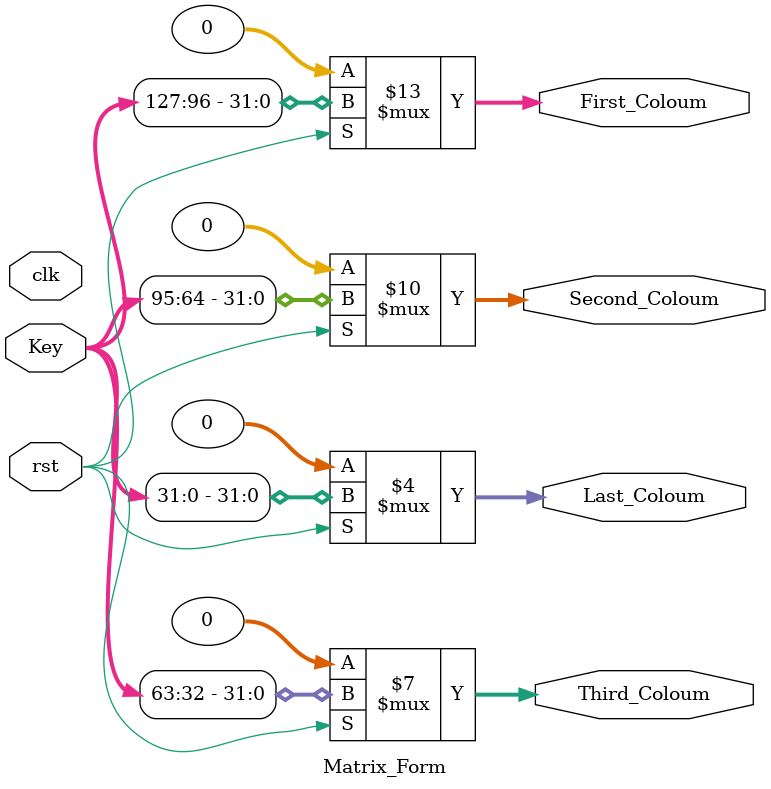
<source format=v>
`timescale 1ns / 1ps


module Matrix_Form
    (   
        output reg  [31:0]  Last_Coloum ,
        output reg  [31:0]  Third_Coloum ,
        output reg  [31:0]  Second_Coloum ,
        output reg  [31:0]  First_Coloum ,

        input [127:0] Key,
        input clk,rst
    );
    always @(*) 
    begin
        if ((~rst))
            begin
               {Last_Coloum,Third_Coloum,Second_Coloum,First_Coloum} <=128'b0;
            end
        else
            begin
                First_Coloum=Key[127:96];
                Second_Coloum=Key[95:64];
                Third_Coloum=Key[63:32];
                Last_Coloum=Key[31:0];
            end
    end
endmodule

</source>
